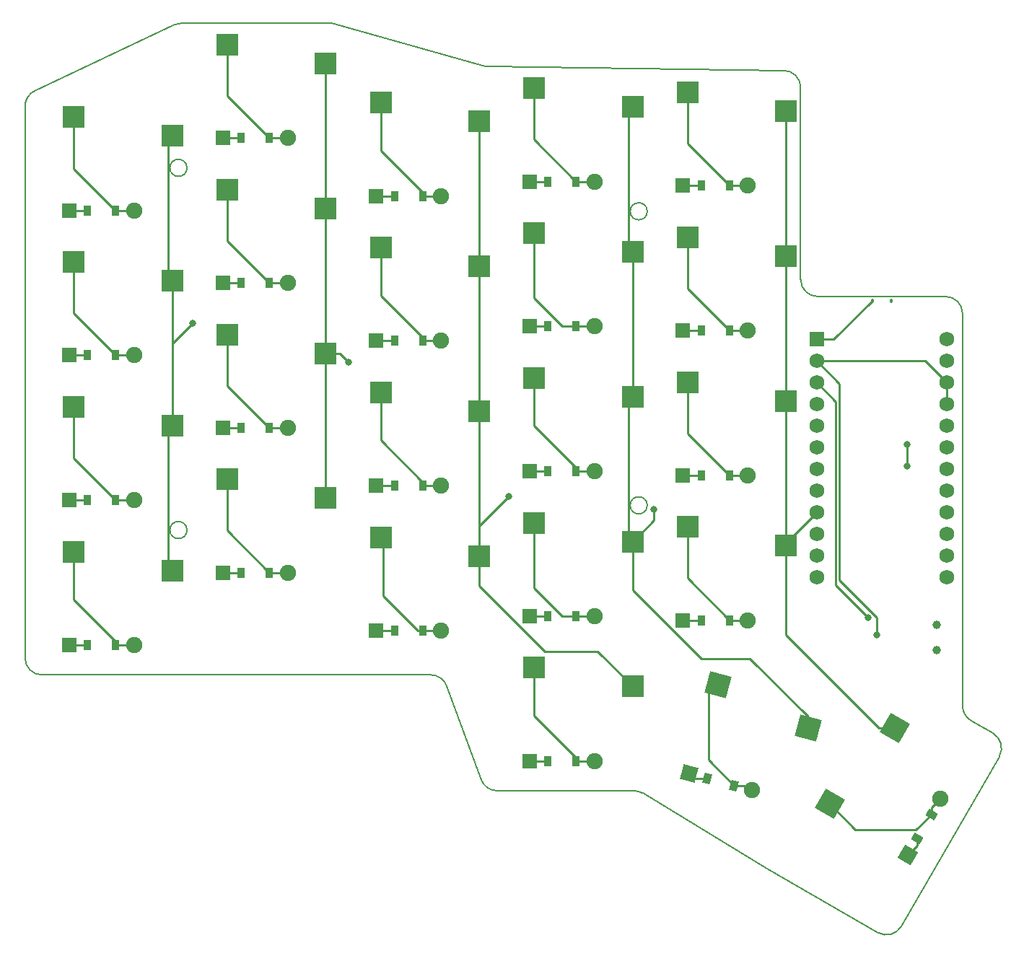
<source format=gbr>
%TF.GenerationSoftware,KiCad,Pcbnew,(6.0.0)*%
%TF.CreationDate,2022-02-05T12:05:09+01:00*%
%TF.ProjectId,samoklava2_pcb,73616d6f-6b6c-4617-9661-325f7063622e,v1.0.0*%
%TF.SameCoordinates,Original*%
%TF.FileFunction,Copper,L2,Bot*%
%TF.FilePolarity,Positive*%
%FSLAX46Y46*%
G04 Gerber Fmt 4.6, Leading zero omitted, Abs format (unit mm)*
G04 Created by KiCad (PCBNEW (6.0.0)) date 2022-02-05 12:05:09*
%MOMM*%
%LPD*%
G01*
G04 APERTURE LIST*
G04 Aperture macros list*
%AMRotRect*
0 Rectangle, with rotation*
0 The origin of the aperture is its center*
0 $1 length*
0 $2 width*
0 $3 Rotation angle, in degrees counterclockwise*
0 Add horizontal line*
21,1,$1,$2,0,0,$3*%
G04 Aperture macros list end*
%TA.AperFunction,Profile*%
%ADD10C,0.150000*%
%TD*%
%TA.AperFunction,WasherPad*%
%ADD11C,1.000000*%
%TD*%
%TA.AperFunction,SMDPad,CuDef*%
%ADD12R,2.600000X2.600000*%
%TD*%
%TA.AperFunction,ComponentPad*%
%ADD13C,1.905000*%
%TD*%
%TA.AperFunction,SMDPad,CuDef*%
%ADD14RotRect,0.900000X1.200000X345.000000*%
%TD*%
%TA.AperFunction,ComponentPad*%
%ADD15RotRect,1.778000X1.778000X345.000000*%
%TD*%
%TA.AperFunction,SMDPad,CuDef*%
%ADD16R,0.900000X1.200000*%
%TD*%
%TA.AperFunction,ComponentPad*%
%ADD17R,1.778000X1.778000*%
%TD*%
%TA.AperFunction,ComponentPad*%
%ADD18R,1.752600X1.752600*%
%TD*%
%TA.AperFunction,ComponentPad*%
%ADD19C,1.752600*%
%TD*%
%TA.AperFunction,SMDPad,CuDef*%
%ADD20RotRect,2.600000X2.600000X345.000000*%
%TD*%
%TA.AperFunction,SMDPad,CuDef*%
%ADD21RotRect,0.900000X1.200000X60.000000*%
%TD*%
%TA.AperFunction,ComponentPad*%
%ADD22RotRect,1.778000X1.778000X60.000000*%
%TD*%
%TA.AperFunction,SMDPad,CuDef*%
%ADD23RotRect,2.600000X2.600000X60.000000*%
%TD*%
%TA.AperFunction,ComponentPad*%
%ADD24C,0.457200*%
%TD*%
%TA.AperFunction,ViaPad*%
%ADD25C,0.800000*%
%TD*%
%TA.AperFunction,Conductor*%
%ADD26C,0.250000*%
%TD*%
G04 APERTURE END LIST*
D10*
X101000000Y33900000D02*
G75*
G03*
X99000000Y35900000I-1999999J1D01*
G01*
X101000000Y-12141090D02*
G75*
G03*
X102000000Y-13873141I2000000J0D01*
G01*
X-9000000Y-6500000D02*
G75*
G03*
X-7000000Y-8500000I1999999J-1D01*
G01*
X-9000000Y58232663D02*
X-9000000Y-6500000D01*
X8594465Y67808497D02*
X-7854013Y60041161D01*
X44745899Y62971995D02*
X27267341Y67924253D01*
X46395588Y-22100000D02*
X62441218Y-22100000D01*
X80027025Y62426662D02*
X45264080Y62896431D01*
X40481569Y-9809869D02*
X44518431Y-20790131D01*
X78060291Y-31227935D02*
G75*
G03*
X78096935Y-31249615I1031524J1701695D01*
G01*
X-7000000Y-8500000D02*
X38604412Y-8500000D01*
X27267341Y67924253D02*
G75*
G03*
X26722136Y68000000I-545201J-1924212D01*
G01*
X78096934Y-31249614D02*
X91068878Y-38738969D01*
X26722135Y68000000D02*
X9448477Y68000000D01*
X44518431Y-20790131D02*
G75*
G03*
X46395588Y-22100000I1877157J690130D01*
G01*
X10000000Y8500000D02*
G75*
G03*
X10000000Y8500000I-1000000J0D01*
G01*
X63477862Y-22389629D02*
X78060291Y-31227935D01*
X64000000Y11400000D02*
G75*
G03*
X64000000Y11400000I-1000000J0D01*
G01*
X40481569Y-9809869D02*
G75*
G03*
X38604412Y-8500000I-1877157J-690130D01*
G01*
X99000000Y35900000D02*
X84000000Y35900000D01*
X101000000Y-12141090D02*
X101000000Y33900000D01*
X9448477Y68000000D02*
G75*
G03*
X8594464Y67808497I2J-2000006D01*
G01*
X82000000Y37900000D02*
X82000000Y60426844D01*
X10000000Y51000000D02*
G75*
G03*
X10000000Y51000000I-1000000J0D01*
G01*
X-7854013Y60041161D02*
G75*
G03*
X-9000001Y58232663I854012J-1808497D01*
G01*
X93800928Y-38006919D02*
X105300929Y-18088334D01*
X63477862Y-22389629D02*
G75*
G03*
X62441218Y-22100000I-1036646J-1710378D01*
G01*
X64000000Y45900000D02*
G75*
G03*
X64000000Y45900000I-1000000J0D01*
G01*
X105300929Y-18088334D02*
G75*
G03*
X104568878Y-15356283I-1732051J1000000D01*
G01*
X102000000Y-13873141D02*
X104568878Y-15356284D01*
X44745899Y62971995D02*
G75*
G03*
X45264080Y62896431I545202J1924232D01*
G01*
X82000001Y60426844D02*
G75*
G03*
X80027025Y62426661I-2000001J-1D01*
G01*
X91068878Y-38738969D02*
G75*
G03*
X93800928Y-38006919I1000000J1732050D01*
G01*
X82000000Y37900000D02*
G75*
G03*
X84000000Y35900000I1999999J-1D01*
G01*
D11*
%TO.P,T1,*%
%TO.N,*%
X98000000Y-2600000D03*
X98000000Y-5600000D03*
%TD*%
D12*
%TO.P,S9,1*%
%TO.N,middle_bottom*%
X32725000Y7650000D03*
%TO.P,S9,2*%
%TO.N,P19*%
X44275000Y5450000D03*
%TD*%
%TO.P,S6,1*%
%TO.N,ring_home*%
X14725000Y31450000D03*
%TO.P,S6,2*%
%TO.N,P20*%
X26275000Y29250000D03*
%TD*%
%TO.P,S8,1*%
%TO.N,ring_topmost*%
X14725000Y65450000D03*
%TO.P,S8,2*%
%TO.N,P20*%
X26275000Y63250000D03*
%TD*%
%TO.P,S4,1*%
%TO.N,pinky_topmost*%
X-3275000Y56950000D03*
%TO.P,S4,2*%
%TO.N,P21*%
X8275000Y54750000D03*
%TD*%
D13*
%TO.P,D22,1*%
%TO.N,home_default*%
X76279376Y-22034732D03*
D14*
%TO.N,P16*%
X71005421Y-20621580D03*
D15*
%TO.P,D22,2*%
X68919022Y-20062530D03*
D14*
%TO.N,home_default*%
X74192977Y-21475682D03*
%TD*%
D16*
%TO.P,D15,1*%
%TO.N,P3*%
X52350000Y32400000D03*
D13*
%TO.N,index_top*%
X57810000Y32400000D03*
D17*
%TO.P,D15,2*%
%TO.N,P3*%
X50190000Y32400000D03*
D16*
%TO.N,index_top*%
X55650000Y32400000D03*
%TD*%
%TO.P,D6,1*%
%TO.N,P4*%
X16350000Y20500000D03*
D13*
%TO.N,ring_home*%
X21810000Y20500000D03*
D17*
%TO.P,D6,2*%
%TO.N,P4*%
X14190000Y20500000D03*
D16*
%TO.N,ring_home*%
X19650000Y20500000D03*
%TD*%
D18*
%TO.P,MCU1,1*%
%TO.N,RAW*%
X83880000Y30870000D03*
D19*
%TO.P,MCU1,2*%
%TO.N,GND*%
X83880000Y28330000D03*
%TO.P,MCU1,3*%
%TO.N,RST*%
X83880000Y25790000D03*
%TO.P,MCU1,4*%
%TO.N,VCC*%
X83880000Y23250000D03*
%TO.P,MCU1,5*%
%TO.N,P21*%
X83880000Y20710000D03*
%TO.P,MCU1,6*%
%TO.N,P20*%
X83880000Y18170000D03*
%TO.P,MCU1,7*%
%TO.N,P19*%
X83880000Y15630000D03*
%TO.P,MCU1,8*%
%TO.N,P18*%
X83880000Y13090000D03*
%TO.P,MCU1,9*%
%TO.N,P15*%
X83880000Y10550000D03*
%TO.P,MCU1,10*%
%TO.N,P14*%
X83880000Y8010000D03*
%TO.P,MCU1,11*%
%TO.N,P16*%
X83880000Y5470000D03*
%TO.P,MCU1,12*%
%TO.N,P10*%
X83880000Y2930000D03*
%TO.P,MCU1,13*%
%TO.N,P1*%
X99120000Y30870000D03*
%TO.P,MCU1,14*%
%TO.N,P0*%
X99120000Y28330000D03*
%TO.P,MCU1,15*%
%TO.N,GND*%
X99120000Y25790000D03*
%TO.P,MCU1,16*%
X99120000Y23250000D03*
%TO.P,MCU1,17*%
%TO.N,P2*%
X99120000Y20710000D03*
%TO.P,MCU1,18*%
%TO.N,P3*%
X99120000Y18170000D03*
%TO.P,MCU1,19*%
%TO.N,P4*%
X99120000Y15630000D03*
%TO.P,MCU1,20*%
%TO.N,P5*%
X99120000Y13090000D03*
%TO.P,MCU1,21*%
%TO.N,P6*%
X99120000Y10550000D03*
%TO.P,MCU1,22*%
%TO.N,P7*%
X99120000Y8010000D03*
%TO.P,MCU1,23*%
%TO.N,P8*%
X99120000Y5470000D03*
%TO.P,MCU1,24*%
%TO.N,P9*%
X99120000Y2930000D03*
%TD*%
D13*
%TO.P,D10,1*%
%TO.N,middle_home*%
X39810000Y13700000D03*
D16*
%TO.N,P4*%
X34350000Y13700000D03*
D17*
%TO.P,D10,2*%
X32190000Y13700000D03*
D16*
%TO.N,middle_home*%
X37650000Y13700000D03*
%TD*%
D12*
%TO.P,S21,1*%
%TO.N,near_default*%
X50725000Y-7650000D03*
%TO.P,S21,2*%
%TO.N,P19*%
X62275000Y-9850000D03*
%TD*%
D13*
%TO.P,D16,1*%
%TO.N,index_topmost*%
X57810000Y49400000D03*
D16*
%TO.N,P2*%
X52350000Y49400000D03*
D17*
%TO.P,D16,2*%
X50190000Y49400000D03*
D16*
%TO.N,index_topmost*%
X55650000Y49400000D03*
%TD*%
D13*
%TO.P,D11,1*%
%TO.N,middle_top*%
X39810000Y30700000D03*
D16*
%TO.N,P3*%
X34350000Y30700000D03*
D17*
%TO.P,D11,2*%
X32190000Y30700000D03*
D16*
%TO.N,middle_top*%
X37650000Y30700000D03*
%TD*%
D12*
%TO.P,S19,1*%
%TO.N,innermost_top*%
X68725000Y42850000D03*
%TO.P,S19,2*%
%TO.N,P15*%
X80275000Y40650000D03*
%TD*%
D16*
%TO.P,D17,1*%
%TO.N,P14*%
X70350000Y-2100000D03*
D13*
%TO.N,innermost_bottom*%
X75810000Y-2100000D03*
D17*
%TO.P,D17,2*%
%TO.N,P14*%
X68190000Y-2100000D03*
D16*
%TO.N,innermost_bottom*%
X73650000Y-2100000D03*
%TD*%
D12*
%TO.P,S15,1*%
%TO.N,index_top*%
X50725000Y43350000D03*
%TO.P,S15,2*%
%TO.N,P18*%
X62275000Y41150000D03*
%TD*%
%TO.P,S1,1*%
%TO.N,pinky_bottom*%
X-3275000Y5950000D03*
%TO.P,S1,2*%
%TO.N,P21*%
X8275000Y3750000D03*
%TD*%
D20*
%TO.P,S22,1*%
%TO.N,home_default*%
X72269860Y-9624111D03*
%TO.P,S22,2*%
%TO.N,P18*%
X82856902Y-14738508D03*
%TD*%
D16*
%TO.P,D20,1*%
%TO.N,P2*%
X70350000Y48900000D03*
D13*
%TO.N,innermost_topmost*%
X75810000Y48900000D03*
D16*
%TO.P,D20,2*%
X73650000Y48900000D03*
D17*
%TO.N,P2*%
X68190000Y48900000D03*
%TD*%
D12*
%TO.P,S13,1*%
%TO.N,index_bottom*%
X50725000Y9350000D03*
%TO.P,S13,2*%
%TO.N,P18*%
X62275000Y7150000D03*
%TD*%
%TO.P,S3,1*%
%TO.N,pinky_top*%
X-3275000Y39950000D03*
%TO.P,S3,2*%
%TO.N,P21*%
X8275000Y37750000D03*
%TD*%
D16*
%TO.P,D18,1*%
%TO.N,P4*%
X70350000Y14900000D03*
D13*
%TO.N,innermost_home*%
X75810000Y14900000D03*
D16*
%TO.P,D18,2*%
X73650000Y14900000D03*
D17*
%TO.N,P4*%
X68190000Y14900000D03*
%TD*%
D16*
%TO.P,D7,1*%
%TO.N,P3*%
X16350000Y37500000D03*
D13*
%TO.N,ring_top*%
X21810000Y37500000D03*
D17*
%TO.P,D7,2*%
%TO.N,P3*%
X14190000Y37500000D03*
D16*
%TO.N,ring_top*%
X19650000Y37500000D03*
%TD*%
D13*
%TO.P,D13,1*%
%TO.N,index_bottom*%
X57810000Y-1600000D03*
D16*
%TO.N,P14*%
X52350000Y-1600000D03*
D17*
%TO.P,D13,2*%
X50190000Y-1600000D03*
D16*
%TO.N,index_bottom*%
X55650000Y-1600000D03*
%TD*%
%TO.P,D4,1*%
%TO.N,P2*%
X-1650000Y46000000D03*
D13*
%TO.N,pinky_topmost*%
X3810000Y46000000D03*
D16*
%TO.P,D4,2*%
X1650000Y46000000D03*
D17*
%TO.N,P2*%
X-3810000Y46000000D03*
%TD*%
D13*
%TO.P,D23,1*%
%TO.N,far_default*%
X98424840Y-22998070D03*
D21*
%TO.N,P16*%
X95694840Y-27726569D03*
%TO.P,D23,2*%
%TO.N,far_default*%
X97344840Y-24868685D03*
D22*
%TO.N,P16*%
X94614840Y-29597184D03*
%TD*%
D13*
%TO.P,D21,1*%
%TO.N,near_default*%
X57810000Y-18600000D03*
D16*
%TO.N,P16*%
X52350000Y-18600000D03*
%TO.P,D21,2*%
%TO.N,near_default*%
X55650000Y-18600000D03*
D17*
%TO.N,P16*%
X50190000Y-18600000D03*
%TD*%
D13*
%TO.P,D14,1*%
%TO.N,index_home*%
X57810000Y15400000D03*
D16*
%TO.N,P4*%
X52350000Y15400000D03*
%TO.P,D14,2*%
%TO.N,index_home*%
X55650000Y15400000D03*
D17*
%TO.N,P4*%
X50190000Y15400000D03*
%TD*%
D12*
%TO.P,S7,1*%
%TO.N,ring_top*%
X14725000Y48450000D03*
%TO.P,S7,2*%
%TO.N,P20*%
X26275000Y46250000D03*
%TD*%
%TO.P,S11,1*%
%TO.N,middle_top*%
X32725000Y41650000D03*
%TO.P,S11,2*%
%TO.N,P19*%
X44275000Y39450000D03*
%TD*%
D13*
%TO.P,D9,1*%
%TO.N,middle_bottom*%
X39810000Y-3300000D03*
D16*
%TO.N,P14*%
X34350000Y-3300000D03*
D17*
%TO.P,D9,2*%
X32190000Y-3300000D03*
D16*
%TO.N,middle_bottom*%
X37650000Y-3300000D03*
%TD*%
D12*
%TO.P,S12,1*%
%TO.N,middle_topmost*%
X32725000Y58650000D03*
%TO.P,S12,2*%
%TO.N,P19*%
X44275000Y56450000D03*
%TD*%
D13*
%TO.P,D12,1*%
%TO.N,middle_topmost*%
X39810000Y47700000D03*
D16*
%TO.N,P2*%
X34350000Y47700000D03*
D17*
%TO.P,D12,2*%
X32190000Y47700000D03*
D16*
%TO.N,middle_topmost*%
X37650000Y47700000D03*
%TD*%
D12*
%TO.P,S2,1*%
%TO.N,pinky_home*%
X-3275000Y22950000D03*
%TO.P,S2,2*%
%TO.N,P21*%
X8275000Y20750000D03*
%TD*%
D13*
%TO.P,D1,1*%
%TO.N,pinky_bottom*%
X3810000Y-5000000D03*
D16*
%TO.N,P14*%
X-1650000Y-5000000D03*
%TO.P,D1,2*%
%TO.N,pinky_bottom*%
X1650000Y-5000000D03*
D17*
%TO.N,P14*%
X-3810000Y-5000000D03*
%TD*%
D23*
%TO.P,S23,1*%
%TO.N,far_default*%
X85399362Y-23658860D03*
%TO.P,S23,2*%
%TO.N,P15*%
X93079618Y-14756267D03*
%TD*%
D16*
%TO.P,D8,1*%
%TO.N,P2*%
X16350000Y54500000D03*
D13*
%TO.N,ring_topmost*%
X21810000Y54500000D03*
D17*
%TO.P,D8,2*%
%TO.N,P2*%
X14190000Y54500000D03*
D16*
%TO.N,ring_topmost*%
X19650000Y54500000D03*
%TD*%
D13*
%TO.P,D5,1*%
%TO.N,ring_bottom*%
X21810000Y3500000D03*
D16*
%TO.N,P14*%
X16350000Y3500000D03*
D17*
%TO.P,D5,2*%
X14190000Y3500000D03*
D16*
%TO.N,ring_bottom*%
X19650000Y3500000D03*
%TD*%
%TO.P,D19,1*%
%TO.N,P3*%
X70350000Y31900000D03*
D13*
%TO.N,innermost_top*%
X75810000Y31900000D03*
D16*
%TO.P,D19,2*%
X73650000Y31900000D03*
D17*
%TO.N,P3*%
X68190000Y31900000D03*
%TD*%
D12*
%TO.P,S5,1*%
%TO.N,ring_bottom*%
X14725000Y14450000D03*
%TO.P,S5,2*%
%TO.N,P20*%
X26275000Y12250000D03*
%TD*%
%TO.P,S17,1*%
%TO.N,innermost_bottom*%
X68725000Y8850000D03*
%TO.P,S17,2*%
%TO.N,P15*%
X80275000Y6650000D03*
%TD*%
%TO.P,S20,1*%
%TO.N,innermost_topmost*%
X68725000Y59850000D03*
%TO.P,S20,2*%
%TO.N,P15*%
X80275000Y57650000D03*
%TD*%
%TO.P,S10,1*%
%TO.N,middle_home*%
X32725000Y24650000D03*
%TO.P,S10,2*%
%TO.N,P19*%
X44275000Y22450000D03*
%TD*%
%TO.P,S16,1*%
%TO.N,index_topmost*%
X50725000Y60350000D03*
%TO.P,S16,2*%
%TO.N,P18*%
X62275000Y58150000D03*
%TD*%
D24*
%TO.P,BT1,1*%
%TO.N,RAW*%
X90399600Y35377600D03*
%TO.P,BT1,2*%
%TO.N,Bminus*%
X92600000Y35377600D03*
%TD*%
D12*
%TO.P,S14,1*%
%TO.N,index_home*%
X50725000Y26350000D03*
%TO.P,S14,2*%
%TO.N,P18*%
X62275000Y24150000D03*
%TD*%
D13*
%TO.P,D2,1*%
%TO.N,pinky_home*%
X3810000Y12000000D03*
D16*
%TO.N,P4*%
X-1650000Y12000000D03*
%TO.P,D2,2*%
%TO.N,pinky_home*%
X1650000Y12000000D03*
D17*
%TO.N,P4*%
X-3810000Y12000000D03*
%TD*%
D12*
%TO.P,S18,1*%
%TO.N,innermost_home*%
X68725000Y25850000D03*
%TO.P,S18,2*%
%TO.N,P15*%
X80275000Y23650000D03*
%TD*%
D16*
%TO.P,D3,1*%
%TO.N,P3*%
X-1650000Y29000000D03*
D13*
%TO.N,pinky_top*%
X3810000Y29000000D03*
D16*
%TO.P,D3,2*%
X1650000Y29000000D03*
D17*
%TO.N,P3*%
X-3810000Y29000000D03*
%TD*%
D25*
%TO.N,P21*%
X10668000Y32766000D03*
%TO.N,P20*%
X28956000Y28194000D03*
%TO.N,P19*%
X47752000Y12446000D03*
%TO.N,P18*%
X64770000Y10922000D03*
%TO.N,GND*%
X90932000Y-3810000D03*
%TO.N,RST*%
X89916000Y-1778000D03*
%TO.N,Bminus*%
X94488000Y16002000D03*
X94488000Y18542000D03*
%TD*%
D26*
%TO.N,pinky_bottom*%
X1650000Y-5000000D02*
X3810000Y-5000000D01*
X-3275000Y320677D02*
X1650000Y-4604323D01*
X-3275000Y5950000D02*
X-3275000Y320677D01*
X1650000Y-4604323D02*
X1650000Y-5000000D01*
%TO.N,P21*%
X7790566Y20265566D02*
X8275000Y20750000D01*
X7790566Y38234434D02*
X7790566Y54265566D01*
X8275000Y3750000D02*
X7790566Y4234434D01*
X8275000Y30333000D02*
X8275000Y37750000D01*
X8275000Y37750000D02*
X7790566Y38234434D01*
X8275000Y30373000D02*
X10668000Y32766000D01*
X7790566Y4234434D02*
X7790566Y20265566D01*
X8275000Y20750000D02*
X8275000Y30333000D01*
X8275000Y30333000D02*
X8275000Y30373000D01*
X7790566Y54265566D02*
X8275000Y54750000D01*
%TO.N,P14*%
X-1650000Y-5000000D02*
X-3810000Y-5000000D01*
X52350000Y-1600000D02*
X50190000Y-1600000D01*
X16350000Y3500000D02*
X14190000Y3500000D01*
X70350000Y-2100000D02*
X68190000Y-2100000D01*
X34350000Y-3300000D02*
X32190000Y-3300000D01*
%TO.N,pinky_home*%
X1650000Y12000000D02*
X3810000Y12000000D01*
X-3275000Y22950000D02*
X-3275000Y16925000D01*
X-3275000Y16925000D02*
X1650000Y12000000D01*
%TO.N,P4*%
X-1650000Y12000000D02*
X-3810000Y12000000D01*
X70350000Y14900000D02*
X68190000Y14900000D01*
X52350000Y15400000D02*
X50190000Y15400000D01*
X34350000Y13700000D02*
X32190000Y13700000D01*
X16350000Y20500000D02*
X14190000Y20500000D01*
%TO.N,pinky_top*%
X1650000Y29000000D02*
X3810000Y29000000D01*
X-3275000Y33925000D02*
X1650000Y29000000D01*
X-3275000Y39950000D02*
X-3275000Y33925000D01*
%TO.N,P3*%
X70350000Y31900000D02*
X68190000Y31900000D01*
X-1650000Y29000000D02*
X-3810000Y29000000D01*
X52350000Y32400000D02*
X50190000Y32400000D01*
X34350000Y30700000D02*
X32190000Y30700000D01*
X16350000Y37500000D02*
X14190000Y37500000D01*
%TO.N,pinky_topmost*%
X1650000Y46000000D02*
X3810000Y46000000D01*
X-3275000Y56950000D02*
X-3275000Y50925000D01*
X-3275000Y50925000D02*
X1650000Y46000000D01*
%TO.N,P2*%
X52350000Y49400000D02*
X50190000Y49400000D01*
X-1650000Y46000000D02*
X-3810000Y46000000D01*
X16350000Y54500000D02*
X14190000Y54500000D01*
X34350000Y47700000D02*
X32190000Y47700000D01*
X70350000Y48900000D02*
X68190000Y48900000D01*
%TO.N,ring_bottom*%
X14725000Y14450000D02*
X14725000Y8425000D01*
X14725000Y8425000D02*
X19650000Y3500000D01*
X19650000Y3500000D02*
X21810000Y3500000D01*
%TO.N,P20*%
X27900000Y29250000D02*
X28956000Y28194000D01*
X26275000Y29250000D02*
X27900000Y29250000D01*
X26275000Y12250000D02*
X26275000Y29250000D01*
X26275000Y29250000D02*
X26275000Y46250000D01*
X26275000Y46250000D02*
X26275000Y63250000D01*
%TO.N,ring_home*%
X19650000Y20500000D02*
X21810000Y20500000D01*
X14725000Y31450000D02*
X14725000Y25425000D01*
X14725000Y25425000D02*
X19650000Y20500000D01*
%TO.N,ring_top*%
X19650000Y37500000D02*
X21810000Y37500000D01*
X14725000Y42425000D02*
X19650000Y37500000D01*
X14725000Y48450000D02*
X14725000Y42425000D01*
%TO.N,ring_topmost*%
X19650000Y54500000D02*
X21810000Y54500000D01*
X14725000Y65450000D02*
X14725000Y59425000D01*
X14725000Y59425000D02*
X19650000Y54500000D01*
%TO.N,middle_bottom*%
X33004323Y7650000D02*
X33004323Y781677D01*
X33004323Y781677D02*
X37086000Y-3300000D01*
X37650000Y-3300000D02*
X39810000Y-3300000D01*
X37086000Y-3300000D02*
X37650000Y-3300000D01*
X32725000Y7650000D02*
X33004323Y7650000D01*
%TO.N,P19*%
X44275000Y22450000D02*
X44275000Y39450000D01*
X44275000Y1953000D02*
X44275000Y5450000D01*
X58200479Y-5775479D02*
X52003479Y-5775479D01*
X44275000Y39450000D02*
X44275000Y56450000D01*
X62275000Y-9850000D02*
X58200479Y-5775479D01*
X44275000Y5450000D02*
X44275000Y22450000D01*
X44275000Y8969000D02*
X47752000Y12446000D01*
X44275000Y5450000D02*
X44275000Y8969000D01*
X52003479Y-5775479D02*
X44275000Y1953000D01*
%TO.N,middle_home*%
X37650000Y13700000D02*
X39810000Y13700000D01*
X32725000Y24650000D02*
X32725000Y19020677D01*
X32725000Y19020677D02*
X37650000Y14095677D01*
X37650000Y14095677D02*
X37650000Y13700000D01*
%TO.N,middle_top*%
X37650000Y30700000D02*
X39810000Y30700000D01*
X32725000Y41650000D02*
X32725000Y36020677D01*
X37650000Y31095677D02*
X37650000Y30700000D01*
X32725000Y36020677D02*
X37650000Y31095677D01*
%TO.N,middle_topmost*%
X32725000Y58650000D02*
X32725000Y53020677D01*
X37650000Y48095677D02*
X37650000Y47700000D01*
X37650000Y47700000D02*
X39810000Y47700000D01*
X32725000Y53020677D02*
X37650000Y48095677D01*
%TO.N,index_bottom*%
X54049022Y-1600000D02*
X55650000Y-1600000D01*
X55650000Y-1600000D02*
X57810000Y-1600000D01*
X50725000Y1724022D02*
X54049022Y-1600000D01*
X50725000Y9350000D02*
X50725000Y1724022D01*
%TO.N,P18*%
X62275000Y7150000D02*
X61790566Y7634434D01*
X62275000Y1479000D02*
X62275000Y7150000D01*
X76068253Y-6604000D02*
X70358000Y-6604000D01*
X61790566Y23665566D02*
X62275000Y24150000D01*
X61790566Y57665566D02*
X62275000Y58150000D01*
X61790566Y41634434D02*
X61790566Y57665566D01*
X62275000Y24150000D02*
X62275000Y41150000D01*
X61790566Y7634434D02*
X61790566Y23665566D01*
X64770000Y9645000D02*
X64770000Y10922000D01*
X82856902Y-13392649D02*
X76068253Y-6604000D01*
X62275000Y41150000D02*
X61790566Y41634434D01*
X82856902Y-14738508D02*
X82856902Y-13392649D01*
X62275000Y7150000D02*
X64770000Y9645000D01*
X70358000Y-6604000D02*
X62275000Y1479000D01*
%TO.N,index_home*%
X55650000Y15400000D02*
X57810000Y15400000D01*
X50725000Y20720677D02*
X55650000Y15795677D01*
X55650000Y15795677D02*
X55650000Y15400000D01*
X50725000Y26350000D02*
X50725000Y20720677D01*
%TO.N,index_top*%
X54049022Y32400000D02*
X55650000Y32400000D01*
X55650000Y32400000D02*
X57810000Y32400000D01*
X50725000Y43350000D02*
X50725000Y35724022D01*
X50725000Y35724022D02*
X54049022Y32400000D01*
%TO.N,index_topmost*%
X50725000Y54325000D02*
X55650000Y49400000D01*
X50725000Y60350000D02*
X50725000Y54325000D01*
X55650000Y49400000D02*
X57810000Y49400000D01*
%TO.N,innermost_bottom*%
X68725000Y2845000D02*
X73650000Y-2080000D01*
X68725000Y8850000D02*
X68725000Y2845000D01*
X73650000Y-2080000D02*
X73650000Y-2100000D01*
X73650000Y-2100000D02*
X75810000Y-2100000D01*
%TO.N,P15*%
X80275000Y-3821000D02*
X80275000Y6650000D01*
X93079618Y-14756267D02*
X91210267Y-14756267D01*
X80275000Y23650000D02*
X80275000Y40650000D01*
X80275000Y23650000D02*
X80275000Y6650000D01*
X80275000Y57650000D02*
X80275000Y40650000D01*
X80275000Y6945000D02*
X83880000Y10550000D01*
X91210267Y-14756267D02*
X80275000Y-3821000D01*
X80275000Y6650000D02*
X80275000Y6945000D01*
%TO.N,innermost_home*%
X73650000Y14900000D02*
X75810000Y14900000D01*
X68725000Y25850000D02*
X68725000Y19825000D01*
X68725000Y19825000D02*
X73650000Y14900000D01*
%TO.N,innermost_top*%
X68725000Y42850000D02*
X68725000Y36825000D01*
X73650000Y31900000D02*
X75810000Y31900000D01*
X68725000Y36825000D02*
X73650000Y31900000D01*
%TO.N,innermost_topmost*%
X68725000Y53825000D02*
X73650000Y48900000D01*
X68725000Y59850000D02*
X68725000Y53825000D01*
X73650000Y48900000D02*
X75810000Y48900000D01*
%TO.N,near_default*%
X55650000Y-18204323D02*
X55650000Y-18600000D01*
X50725000Y-7650000D02*
X50725000Y-13279323D01*
X55650000Y-18600000D02*
X57810000Y-18600000D01*
X50725000Y-13279323D02*
X55650000Y-18204323D01*
%TO.N,P16*%
X52350000Y-18600000D02*
X50190000Y-18600000D01*
X95694840Y-27726569D02*
X95694840Y-28517184D01*
X95694840Y-28517184D02*
X94614840Y-29597184D01*
X69478072Y-20621580D02*
X68919022Y-20062530D01*
X71005421Y-20621580D02*
X69478072Y-20621580D01*
%TO.N,home_default*%
X71208414Y-18491119D02*
X74192977Y-21475682D01*
X71208414Y-10685557D02*
X71208414Y-18491119D01*
X75720326Y-21475682D02*
X76279376Y-22034732D01*
X72269860Y-9624111D02*
X71208414Y-10685557D01*
X74192977Y-21475682D02*
X75720326Y-21475682D01*
%TO.N,far_default*%
X97344840Y-24078070D02*
X98424840Y-22998070D01*
X88410502Y-26670000D02*
X95543525Y-26670000D01*
X95543525Y-26670000D02*
X97344840Y-24868685D01*
X85399362Y-23658860D02*
X88410502Y-26670000D01*
X97344840Y-24868685D02*
X97344840Y-24078070D01*
%TO.N,RAW*%
X83880000Y30870000D02*
X85892000Y30870000D01*
X85892000Y30870000D02*
X90399600Y35377600D01*
%TO.N,GND*%
X99120000Y25790000D02*
X99120000Y23250000D01*
X90932000Y-1769386D02*
X88082755Y1079859D01*
X86555520Y2598480D02*
X86555520Y25654480D01*
X90932000Y-3810000D02*
X90932000Y-1769386D01*
X86555520Y25654480D02*
X83880000Y28330000D01*
X83880000Y28330000D02*
X96580000Y28330000D01*
X88082755Y1079859D02*
X88074141Y1079859D01*
X96580000Y28330000D02*
X99120000Y25790000D01*
X88074141Y1079859D02*
X86555520Y2598480D01*
%TO.N,RST*%
X86106000Y2032000D02*
X89916000Y-1778000D01*
X83880000Y25790000D02*
X86106000Y23564000D01*
X86106000Y23564000D02*
X86106000Y2032000D01*
%TO.N,Bminus*%
X94488000Y16002000D02*
X94488000Y18542000D01*
%TD*%
M02*

</source>
